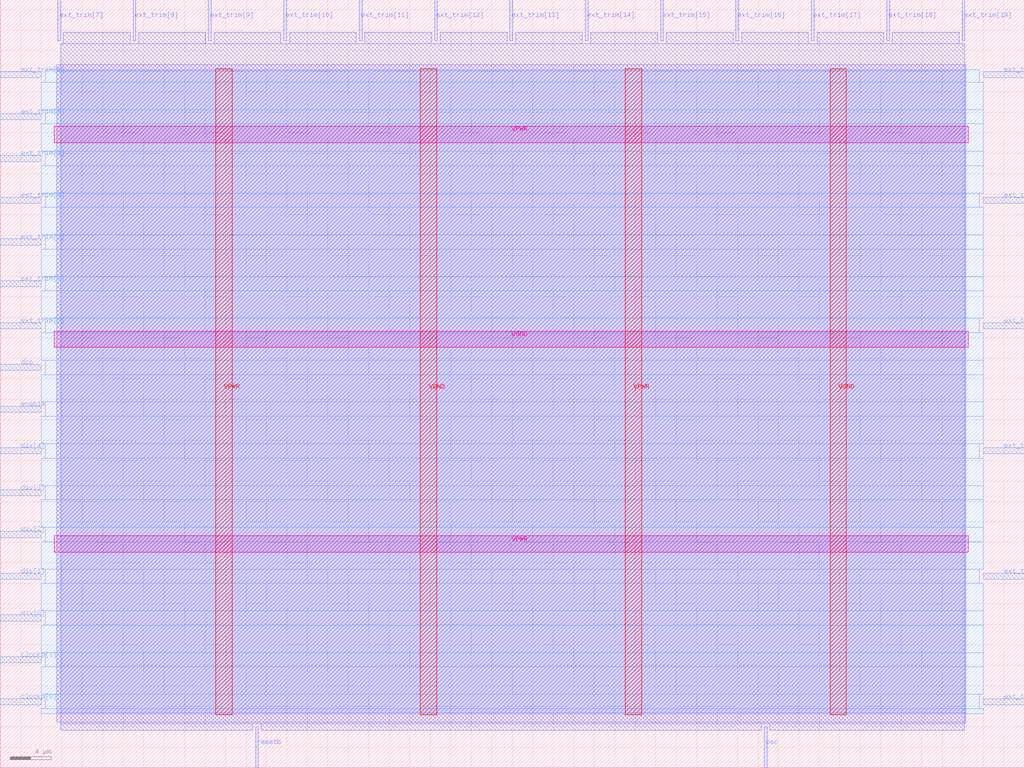
<source format=lef>
VERSION 5.7 ;
  NOWIREEXTENSIONATPIN ON ;
  DIVIDERCHAR "/" ;
  BUSBITCHARS "[]" ;
MACRO digital_pll
  CLASS BLOCK ;
  FOREIGN digital_pll ;
  ORIGIN 0.000 0.000 ;
  SIZE 100.000 BY 75.000 ;
  PIN VGND
    DIRECTION INOUT ;
    USE GROUND ;
    PORT
      LAYER met4 ;
        RECT 41.040 5.200 42.640 68.240 ;
    END
    PORT
      LAYER met4 ;
        RECT 81.040 5.200 82.640 68.240 ;
    END
    PORT
      LAYER met5 ;
        RECT 5.280 41.050 94.540 42.650 ;
    END
  END VGND
  PIN VPWR
    DIRECTION INOUT ;
    USE POWER ;
    PORT
      LAYER met4 ;
        RECT 21.040 5.200 22.640 68.240 ;
    END
    PORT
      LAYER met4 ;
        RECT 61.040 5.200 62.640 68.240 ;
    END
    PORT
      LAYER met5 ;
        RECT 5.280 21.050 94.540 22.650 ;
    END
    PORT
      LAYER met5 ;
        RECT 5.280 61.050 94.540 62.650 ;
    END
  END VPWR
  PIN clockp[0]
    DIRECTION OUTPUT TRISTATE ;
    USE SIGNAL ;
    ANTENNADIFFAREA 0.340600 ;
    PORT
      LAYER met3 ;
        RECT 0.000 6.160 4.000 6.760 ;
    END
  END clockp[0]
  PIN clockp[1]
    DIRECTION OUTPUT TRISTATE ;
    USE SIGNAL ;
    ANTENNADIFFAREA 0.340600 ;
    PORT
      LAYER met3 ;
        RECT 0.000 10.240 4.000 10.840 ;
    END
  END clockp[1]
  PIN dco
    DIRECTION INPUT ;
    USE SIGNAL ;
    ANTENNAGATEAREA 0.126000 ;
    PORT
      LAYER met3 ;
        RECT 0.000 38.800 4.000 39.400 ;
    END
  END dco
  PIN div[0]
    DIRECTION INPUT ;
    USE SIGNAL ;
    ANTENNAGATEAREA 0.126000 ;
    PORT
      LAYER met3 ;
        RECT 0.000 14.320 4.000 14.920 ;
    END
  END div[0]
  PIN div[1]
    DIRECTION INPUT ;
    USE SIGNAL ;
    ANTENNAGATEAREA 0.126000 ;
    PORT
      LAYER met3 ;
        RECT 0.000 18.400 4.000 19.000 ;
    END
  END div[1]
  PIN div[2]
    DIRECTION INPUT ;
    USE SIGNAL ;
    ANTENNAGATEAREA 0.126000 ;
    PORT
      LAYER met3 ;
        RECT 0.000 22.480 4.000 23.080 ;
    END
  END div[2]
  PIN div[3]
    DIRECTION INPUT ;
    USE SIGNAL ;
    ANTENNAGATEAREA 0.126000 ;
    PORT
      LAYER met3 ;
        RECT 0.000 26.560 4.000 27.160 ;
    END
  END div[3]
  PIN div[4]
    DIRECTION INPUT ;
    USE SIGNAL ;
    ANTENNAGATEAREA 0.126000 ;
    PORT
      LAYER met3 ;
        RECT 0.000 30.640 4.000 31.240 ;
    END
  END div[4]
  PIN enable
    DIRECTION INPUT ;
    USE SIGNAL ;
    ANTENNAGATEAREA 0.126000 ;
    PORT
      LAYER met3 ;
        RECT 0.000 34.720 4.000 35.320 ;
    END
  END enable
  PIN ext_trim[0]
    DIRECTION INPUT ;
    USE SIGNAL ;
    ANTENNAGATEAREA 0.126000 ;
    PORT
      LAYER met3 ;
        RECT 0.000 42.880 4.000 43.480 ;
    END
  END ext_trim[0]
  PIN ext_trim[10]
    DIRECTION INPUT ;
    USE SIGNAL ;
    ANTENNAGATEAREA 0.126000 ;
    PORT
      LAYER met2 ;
        RECT 27.690 71.000 27.970 75.000 ;
    END
  END ext_trim[10]
  PIN ext_trim[11]
    DIRECTION INPUT ;
    USE SIGNAL ;
    ANTENNAGATEAREA 0.126000 ;
    PORT
      LAYER met2 ;
        RECT 35.050 71.000 35.330 75.000 ;
    END
  END ext_trim[11]
  PIN ext_trim[12]
    DIRECTION INPUT ;
    USE SIGNAL ;
    ANTENNAGATEAREA 0.126000 ;
    PORT
      LAYER met2 ;
        RECT 42.410 71.000 42.690 75.000 ;
    END
  END ext_trim[12]
  PIN ext_trim[13]
    DIRECTION INPUT ;
    USE SIGNAL ;
    ANTENNAGATEAREA 0.126000 ;
    PORT
      LAYER met2 ;
        RECT 49.770 71.000 50.050 75.000 ;
    END
  END ext_trim[13]
  PIN ext_trim[14]
    DIRECTION INPUT ;
    USE SIGNAL ;
    ANTENNAGATEAREA 0.126000 ;
    PORT
      LAYER met2 ;
        RECT 57.130 71.000 57.410 75.000 ;
    END
  END ext_trim[14]
  PIN ext_trim[15]
    DIRECTION INPUT ;
    USE SIGNAL ;
    ANTENNAGATEAREA 0.126000 ;
    PORT
      LAYER met2 ;
        RECT 64.490 71.000 64.770 75.000 ;
    END
  END ext_trim[15]
  PIN ext_trim[16]
    DIRECTION INPUT ;
    USE SIGNAL ;
    ANTENNAGATEAREA 0.126000 ;
    PORT
      LAYER met2 ;
        RECT 71.850 71.000 72.130 75.000 ;
    END
  END ext_trim[16]
  PIN ext_trim[17]
    DIRECTION INPUT ;
    USE SIGNAL ;
    ANTENNAGATEAREA 0.126000 ;
    PORT
      LAYER met2 ;
        RECT 79.210 71.000 79.490 75.000 ;
    END
  END ext_trim[17]
  PIN ext_trim[18]
    DIRECTION INPUT ;
    USE SIGNAL ;
    ANTENNAGATEAREA 0.126000 ;
    PORT
      LAYER met2 ;
        RECT 86.570 71.000 86.850 75.000 ;
    END
  END ext_trim[18]
  PIN ext_trim[19]
    DIRECTION INPUT ;
    USE SIGNAL ;
    ANTENNAGATEAREA 0.126000 ;
    PORT
      LAYER met2 ;
        RECT 93.930 71.000 94.210 75.000 ;
    END
  END ext_trim[19]
  PIN ext_trim[1]
    DIRECTION INPUT ;
    USE SIGNAL ;
    ANTENNAGATEAREA 0.126000 ;
    PORT
      LAYER met3 ;
        RECT 0.000 46.960 4.000 47.560 ;
    END
  END ext_trim[1]
  PIN ext_trim[20]
    DIRECTION INPUT ;
    USE SIGNAL ;
    ANTENNAGATEAREA 0.126000 ;
    PORT
      LAYER met3 ;
        RECT 96.000 67.360 100.000 67.960 ;
    END
  END ext_trim[20]
  PIN ext_trim[21]
    DIRECTION INPUT ;
    USE SIGNAL ;
    ANTENNAGATEAREA 0.126000 ;
    PORT
      LAYER met3 ;
        RECT 96.000 55.120 100.000 55.720 ;
    END
  END ext_trim[21]
  PIN ext_trim[22]
    DIRECTION INPUT ;
    USE SIGNAL ;
    ANTENNAGATEAREA 0.126000 ;
    PORT
      LAYER met3 ;
        RECT 96.000 42.880 100.000 43.480 ;
    END
  END ext_trim[22]
  PIN ext_trim[23]
    DIRECTION INPUT ;
    USE SIGNAL ;
    ANTENNAGATEAREA 0.126000 ;
    PORT
      LAYER met3 ;
        RECT 96.000 30.640 100.000 31.240 ;
    END
  END ext_trim[23]
  PIN ext_trim[24]
    DIRECTION INPUT ;
    USE SIGNAL ;
    ANTENNAGATEAREA 0.126000 ;
    PORT
      LAYER met3 ;
        RECT 96.000 18.400 100.000 19.000 ;
    END
  END ext_trim[24]
  PIN ext_trim[25]
    DIRECTION INPUT ;
    USE SIGNAL ;
    ANTENNAGATEAREA 0.126000 ;
    PORT
      LAYER met3 ;
        RECT 96.000 6.160 100.000 6.760 ;
    END
  END ext_trim[25]
  PIN ext_trim[2]
    DIRECTION INPUT ;
    USE SIGNAL ;
    ANTENNAGATEAREA 0.126000 ;
    PORT
      LAYER met3 ;
        RECT 0.000 51.040 4.000 51.640 ;
    END
  END ext_trim[2]
  PIN ext_trim[3]
    DIRECTION INPUT ;
    USE SIGNAL ;
    ANTENNAGATEAREA 0.126000 ;
    PORT
      LAYER met3 ;
        RECT 0.000 55.120 4.000 55.720 ;
    END
  END ext_trim[3]
  PIN ext_trim[4]
    DIRECTION INPUT ;
    USE SIGNAL ;
    ANTENNAGATEAREA 0.126000 ;
    PORT
      LAYER met3 ;
        RECT 0.000 59.200 4.000 59.800 ;
    END
  END ext_trim[4]
  PIN ext_trim[5]
    DIRECTION INPUT ;
    USE SIGNAL ;
    ANTENNAGATEAREA 0.126000 ;
    PORT
      LAYER met3 ;
        RECT 0.000 63.280 4.000 63.880 ;
    END
  END ext_trim[5]
  PIN ext_trim[6]
    DIRECTION INPUT ;
    USE SIGNAL ;
    ANTENNAGATEAREA 0.126000 ;
    PORT
      LAYER met3 ;
        RECT 0.000 67.360 4.000 67.960 ;
    END
  END ext_trim[6]
  PIN ext_trim[7]
    DIRECTION INPUT ;
    USE SIGNAL ;
    ANTENNAGATEAREA 0.126000 ;
    PORT
      LAYER met2 ;
        RECT 5.610 71.000 5.890 75.000 ;
    END
  END ext_trim[7]
  PIN ext_trim[8]
    DIRECTION INPUT ;
    USE SIGNAL ;
    ANTENNAGATEAREA 0.126000 ;
    PORT
      LAYER met2 ;
        RECT 12.970 71.000 13.250 75.000 ;
    END
  END ext_trim[8]
  PIN ext_trim[9]
    DIRECTION INPUT ;
    USE SIGNAL ;
    ANTENNAGATEAREA 0.126000 ;
    PORT
      LAYER met2 ;
        RECT 20.330 71.000 20.610 75.000 ;
    END
  END ext_trim[9]
  PIN osc
    DIRECTION INPUT ;
    USE SIGNAL ;
    ANTENNAGATEAREA 0.126000 ;
    PORT
      LAYER met2 ;
        RECT 74.610 0.000 74.890 4.000 ;
    END
  END osc
  PIN resetb
    DIRECTION INPUT ;
    USE SIGNAL ;
    ANTENNAGATEAREA 0.126000 ;
    PORT
      LAYER met2 ;
        RECT 24.930 0.000 25.210 4.000 ;
    END
  END resetb
  OBS
      LAYER li1 ;
        RECT 5.520 5.355 94.300 68.085 ;
      LAYER met1 ;
        RECT 5.520 4.460 94.300 68.640 ;
      LAYER met2 ;
        RECT 6.170 70.720 12.690 71.810 ;
        RECT 13.530 70.720 20.050 71.810 ;
        RECT 20.890 70.720 27.410 71.810 ;
        RECT 28.250 70.720 34.770 71.810 ;
        RECT 35.610 70.720 42.130 71.810 ;
        RECT 42.970 70.720 49.490 71.810 ;
        RECT 50.330 70.720 56.850 71.810 ;
        RECT 57.690 70.720 64.210 71.810 ;
        RECT 65.050 70.720 71.570 71.810 ;
        RECT 72.410 70.720 78.930 71.810 ;
        RECT 79.770 70.720 86.290 71.810 ;
        RECT 87.130 70.720 93.650 71.810 ;
        RECT 5.890 4.280 94.210 70.720 ;
        RECT 5.890 3.670 24.650 4.280 ;
        RECT 25.490 3.670 74.330 4.280 ;
        RECT 75.170 3.670 94.210 4.280 ;
      LAYER met3 ;
        RECT 4.400 66.960 95.600 68.165 ;
        RECT 4.000 64.280 96.000 66.960 ;
        RECT 4.400 62.880 96.000 64.280 ;
        RECT 4.000 60.200 96.000 62.880 ;
        RECT 4.400 58.800 96.000 60.200 ;
        RECT 4.000 56.120 96.000 58.800 ;
        RECT 4.400 54.720 95.600 56.120 ;
        RECT 4.000 52.040 96.000 54.720 ;
        RECT 4.400 50.640 96.000 52.040 ;
        RECT 4.000 47.960 96.000 50.640 ;
        RECT 4.400 46.560 96.000 47.960 ;
        RECT 4.000 43.880 96.000 46.560 ;
        RECT 4.400 42.480 95.600 43.880 ;
        RECT 4.000 39.800 96.000 42.480 ;
        RECT 4.400 38.400 96.000 39.800 ;
        RECT 4.000 35.720 96.000 38.400 ;
        RECT 4.400 34.320 96.000 35.720 ;
        RECT 4.000 31.640 96.000 34.320 ;
        RECT 4.400 30.240 95.600 31.640 ;
        RECT 4.000 27.560 96.000 30.240 ;
        RECT 4.400 26.160 96.000 27.560 ;
        RECT 4.000 23.480 96.000 26.160 ;
        RECT 4.400 22.080 96.000 23.480 ;
        RECT 4.000 19.400 96.000 22.080 ;
        RECT 4.400 18.000 95.600 19.400 ;
        RECT 4.000 15.320 96.000 18.000 ;
        RECT 4.400 13.920 96.000 15.320 ;
        RECT 4.000 11.240 96.000 13.920 ;
        RECT 4.400 9.840 96.000 11.240 ;
        RECT 4.000 7.160 96.000 9.840 ;
        RECT 4.400 5.760 95.600 7.160 ;
        RECT 4.000 5.275 96.000 5.760 ;
  END
END digital_pll
END LIBRARY


</source>
